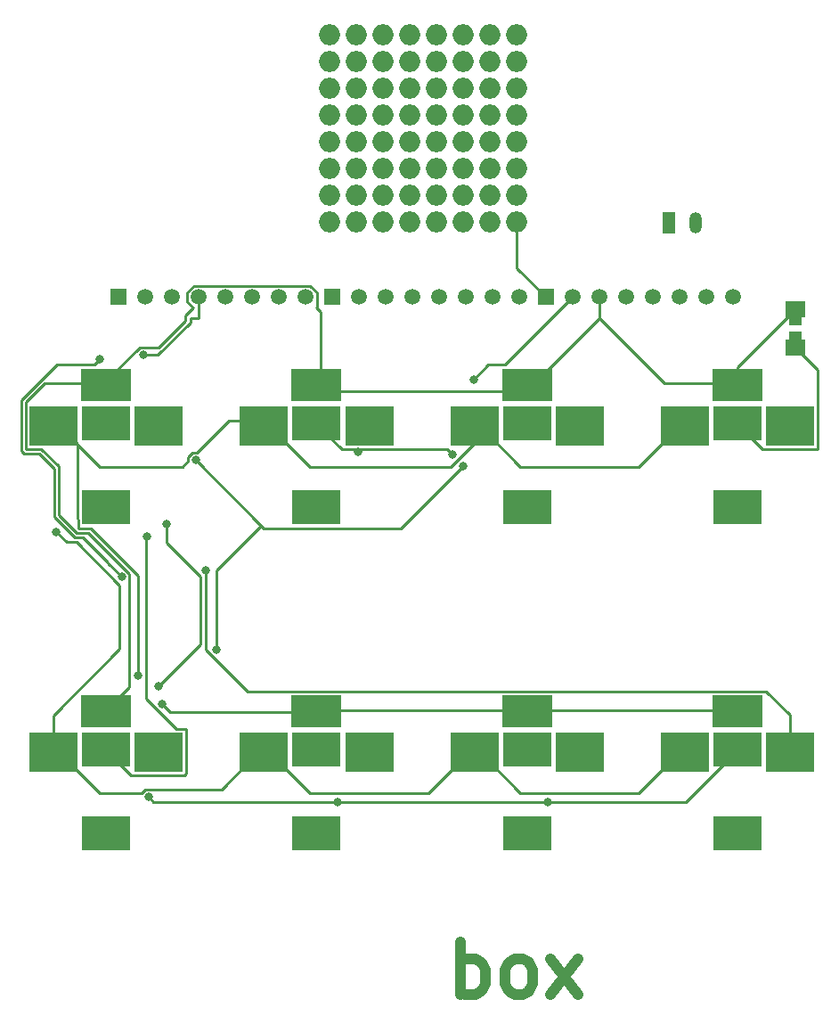
<source format=gbr>
%TF.GenerationSoftware,KiCad,Pcbnew,(6.0.0)*%
%TF.CreationDate,2022-11-14T01:45:54-08:00*%
%TF.ProjectId,button_pcb,62757474-6f6e-45f7-9063-622e6b696361,rev?*%
%TF.SameCoordinates,Original*%
%TF.FileFunction,Copper,L1,Top*%
%TF.FilePolarity,Positive*%
%FSLAX46Y46*%
G04 Gerber Fmt 4.6, Leading zero omitted, Abs format (unit mm)*
G04 Created by KiCad (PCBNEW (6.0.0)) date 2022-11-14 01:45:54*
%MOMM*%
%LPD*%
G01*
G04 APERTURE LIST*
G04 Aperture macros list*
%AMFreePoly0*
4,1,21,0.785355,0.935355,0.800000,0.900000,0.800000,0.600000,1.450000,0.600000,1.485355,0.585355,1.500000,0.550000,1.500000,-0.550000,1.485355,-0.585355,1.450000,-0.600000,0.800000,-0.600000,0.800000,-0.900000,0.785355,-0.935355,0.750000,-0.950000,-0.750000,-0.950000,-0.785355,-0.935355,-0.800000,-0.900000,-0.800000,0.900000,-0.785355,0.935355,-0.750000,0.950000,0.750000,0.950000,
0.785355,0.935355,0.785355,0.935355,$1*%
%AMFreePoly1*
4,1,21,0.785355,0.935355,0.800000,0.900000,0.800000,-0.900000,0.785355,-0.935355,0.750000,-0.950000,-0.750000,-0.950000,-0.785355,-0.935355,-0.800000,-0.900000,-0.800000,-0.600000,-1.450000,-0.600000,-1.485355,-0.585355,-1.500000,-0.550000,-1.500000,0.550000,-1.485355,0.585355,-1.450000,0.600000,-0.800000,0.600000,-0.800000,0.900000,-0.785355,0.935355,-0.750000,0.950000,0.750000,0.950000,
0.785355,0.935355,0.785355,0.935355,$1*%
G04 Aperture macros list end*
%ADD10C,1.000000*%
%TA.AperFunction,NonConductor*%
%ADD11C,1.000000*%
%TD*%
%TA.AperFunction,ComponentPad*%
%ADD12R,4.600000X3.300000*%
%TD*%
%TA.AperFunction,ComponentPad*%
%ADD13R,4.600000X3.800000*%
%TD*%
%TA.AperFunction,ComponentPad*%
%ADD14R,4.800000X3.100000*%
%TD*%
%TA.AperFunction,ComponentPad*%
%ADD15O,2.000000X2.000000*%
%TD*%
%TA.AperFunction,SMDPad,CuDef*%
%ADD16FreePoly0,90.000000*%
%TD*%
%TA.AperFunction,SMDPad,CuDef*%
%ADD17FreePoly1,90.000000*%
%TD*%
%TA.AperFunction,ComponentPad*%
%ADD18R,1.500000X1.500000*%
%TD*%
%TA.AperFunction,ComponentPad*%
%ADD19C,1.500000*%
%TD*%
%TA.AperFunction,ComponentPad*%
%ADD20R,1.200000X2.000000*%
%TD*%
%TA.AperFunction,ComponentPad*%
%ADD21O,1.200000X2.000000*%
%TD*%
%TA.AperFunction,ViaPad*%
%ADD22C,0.800000*%
%TD*%
%TA.AperFunction,Conductor*%
%ADD23C,0.250000*%
%TD*%
G04 APERTURE END LIST*
D10*
D11*
X42642857Y-97261904D02*
X42642857Y-92261904D01*
X42642857Y-94166666D02*
X43119047Y-93928571D01*
X44071428Y-93928571D01*
X44547619Y-94166666D01*
X44785714Y-94404761D01*
X45023809Y-94880952D01*
X45023809Y-96309523D01*
X44785714Y-96785714D01*
X44547619Y-97023809D01*
X44071428Y-97261904D01*
X43119047Y-97261904D01*
X42642857Y-97023809D01*
X47880952Y-97261904D02*
X47404761Y-97023809D01*
X47166666Y-96785714D01*
X46928571Y-96309523D01*
X46928571Y-94880952D01*
X47166666Y-94404761D01*
X47404761Y-94166666D01*
X47880952Y-93928571D01*
X48595238Y-93928571D01*
X49071428Y-94166666D01*
X49309523Y-94404761D01*
X49547619Y-94880952D01*
X49547619Y-96309523D01*
X49309523Y-96785714D01*
X49071428Y-97023809D01*
X48595238Y-97261904D01*
X47880952Y-97261904D01*
X51214285Y-97261904D02*
X53833333Y-93928571D01*
X51214285Y-93928571D02*
X53833333Y-97261904D01*
D12*
%TO.P,S8,1,NO*%
%TO.N,VCC*%
X69000000Y-42988000D03*
D13*
%TO.P,S8,2,NC*%
%TO.N,GND*%
X64000000Y-43238000D03*
%TO.P,S8,3,C*%
%TO.N,Net-(S8-Pad3)*%
X74000000Y-43238000D03*
D14*
%TO.P,S8,4,LED_+*%
%TO.N,/common Anode*%
X69000000Y-39338000D03*
D12*
%TO.P,S8,5,LED_-*%
%TO.N,Net-(S8-Pad5)*%
X69000000Y-50988000D03*
%TD*%
%TO.P,S1,1,NO*%
%TO.N,Net-(BT1-Pad1)*%
X9000000Y-73988000D03*
D13*
%TO.P,S1,2,NC*%
%TO.N,Net-(S1-Pad2)*%
X4000000Y-74238000D03*
%TO.P,S1,3,C*%
%TO.N,Net-(S1-Pad3)*%
X14000000Y-74238000D03*
D14*
%TO.P,S1,4,LED_+*%
%TO.N,/common Anode*%
X9000000Y-70338000D03*
D12*
%TO.P,S1,5,LED_-*%
%TO.N,Net-(S1-Pad5)*%
X9000000Y-81988000D03*
%TD*%
%TO.P,S4,1,NO*%
%TO.N,VCC*%
X69000000Y-73988000D03*
D13*
%TO.P,S4,2,NC*%
%TO.N,GND*%
X64000000Y-74238000D03*
%TO.P,S4,3,C*%
%TO.N,Net-(S4-Pad3)*%
X74000000Y-74238000D03*
D14*
%TO.P,S4,4,LED_+*%
%TO.N,/common Anode*%
X69000000Y-70338000D03*
D12*
%TO.P,S4,5,LED_-*%
%TO.N,Net-(S4-Pad5)*%
X69000000Y-81988000D03*
%TD*%
D15*
%TO.P,U1,1*%
%TO.N,VCC*%
X30242400Y-23915400D03*
%TO.P,U1,2*%
X30229700Y-21375400D03*
%TO.P,U1,3*%
X30242400Y-18835400D03*
%TO.P,U1,4*%
X30255100Y-16295400D03*
%TO.P,U1,5*%
X30242400Y-13755400D03*
%TO.P,U1,6*%
X30229700Y-11215400D03*
%TO.P,U1,7*%
X30242400Y-8675400D03*
%TO.P,U1,8*%
X30229700Y-6135400D03*
%TO.P,U1,9*%
%TO.N,Net-(U1-Pad10)*%
X32782400Y-23915400D03*
%TO.P,U1,10*%
X32769700Y-21375400D03*
%TO.P,U1,11*%
%TO.N,Net-(U1-Pad11)*%
X32782400Y-18835400D03*
%TO.P,U1,12*%
X32795100Y-16295400D03*
%TO.P,U1,13*%
%TO.N,Net-(U1-Pad14)*%
X32782400Y-13755400D03*
%TO.P,U1,14*%
X32769700Y-11215400D03*
%TO.P,U1,15*%
X32782400Y-8675400D03*
%TO.P,U1,16*%
X32769700Y-6135400D03*
%TO.P,U1,17*%
%TO.N,Net-(U1-Pad17)*%
X35322400Y-23915400D03*
%TO.P,U1,18*%
X35309700Y-21375400D03*
%TO.P,U1,19*%
%TO.N,Net-(U1-Pad19)*%
X35322400Y-18835400D03*
%TO.P,U1,20*%
X35335100Y-16295400D03*
%TO.P,U1,21*%
%TO.N,Net-(U1-Pad21)*%
X35322400Y-13755400D03*
%TO.P,U1,22*%
X35309700Y-11215400D03*
%TO.P,U1,23*%
X35322400Y-8675400D03*
%TO.P,U1,24*%
X35309700Y-6135400D03*
%TO.P,U1,25*%
%TO.N,unconnected-(U1-Pad25)*%
X37862400Y-23915400D03*
%TO.P,U1,26*%
%TO.N,unconnected-(U1-Pad26)*%
X37849700Y-21375400D03*
%TO.P,U1,27*%
%TO.N,unconnected-(U1-Pad27)*%
X37862400Y-18835400D03*
%TO.P,U1,28*%
%TO.N,unconnected-(U1-Pad28)*%
X37875100Y-16295400D03*
%TO.P,U1,29*%
%TO.N,unconnected-(U1-Pad29)*%
X37862400Y-13755400D03*
%TO.P,U1,30*%
%TO.N,Net-(U1-Pad30)*%
X37849700Y-11215400D03*
%TO.P,U1,31*%
X37862400Y-8675400D03*
%TO.P,U1,32*%
X37849700Y-6135400D03*
%TO.P,U1,33*%
%TO.N,unconnected-(U1-Pad33)*%
X40402400Y-23915400D03*
%TO.P,U1,34*%
%TO.N,unconnected-(U1-Pad34)*%
X40389700Y-21375400D03*
%TO.P,U1,35*%
%TO.N,unconnected-(U1-Pad35)*%
X40402400Y-18835400D03*
%TO.P,U1,36*%
%TO.N,unconnected-(U1-Pad36)*%
X40415100Y-16295400D03*
%TO.P,U1,37*%
%TO.N,unconnected-(U1-Pad37)*%
X40402400Y-13755400D03*
%TO.P,U1,38*%
%TO.N,Net-(U1-Pad38)*%
X40389700Y-11215400D03*
%TO.P,U1,39*%
X40402400Y-8675400D03*
%TO.P,U1,40*%
X40389700Y-6135400D03*
%TO.P,U1,41*%
%TO.N,unconnected-(U1-Pad41)*%
X42942400Y-23915400D03*
%TO.P,U1,42*%
%TO.N,unconnected-(U1-Pad42)*%
X42929700Y-21375400D03*
%TO.P,U1,43*%
%TO.N,unconnected-(U1-Pad43)*%
X42942400Y-18835400D03*
%TO.P,U1,44*%
%TO.N,unconnected-(U1-Pad44)*%
X42955100Y-16295400D03*
%TO.P,U1,45*%
%TO.N,unconnected-(U1-Pad45)*%
X42942400Y-13755400D03*
%TO.P,U1,46*%
%TO.N,Net-(U1-Pad46)*%
X42929700Y-11215400D03*
%TO.P,U1,47*%
X42942400Y-8675400D03*
%TO.P,U1,48*%
X42929700Y-6135400D03*
%TO.P,U1,49*%
%TO.N,unconnected-(U1-Pad49)*%
X45482400Y-23915400D03*
%TO.P,U1,50*%
%TO.N,unconnected-(U1-Pad50)*%
X45469700Y-21375400D03*
%TO.P,U1,51*%
%TO.N,unconnected-(U1-Pad51)*%
X45482400Y-18835400D03*
%TO.P,U1,52*%
%TO.N,unconnected-(U1-Pad52)*%
X45495100Y-16295400D03*
%TO.P,U1,53*%
%TO.N,unconnected-(U1-Pad53)*%
X45482400Y-13755400D03*
%TO.P,U1,54*%
%TO.N,Net-(U1-Pad54)*%
X45469700Y-11215400D03*
%TO.P,U1,55*%
X45482400Y-8675400D03*
%TO.P,U1,56*%
X45469700Y-6135400D03*
%TO.P,U1,57*%
%TO.N,GND*%
X48022400Y-23915400D03*
%TO.P,U1,58*%
X48009700Y-21375400D03*
%TO.P,U1,59*%
X48022400Y-18835400D03*
%TO.P,U1,60*%
X48035100Y-16295400D03*
%TO.P,U1,61*%
X48022400Y-13755400D03*
%TO.P,U1,62*%
X48009700Y-11215400D03*
%TO.P,U1,63*%
X48022400Y-8675400D03*
%TO.P,U1,64*%
X48009700Y-6135400D03*
%TD*%
D16*
%TO.P,connect_for_vcc_as_common_anode1,1*%
%TO.N,VCC*%
X74500000Y-35800000D03*
D17*
%TO.P,connect_for_vcc_as_common_anode1,2*%
%TO.N,/common Anode*%
X74500000Y-32200000D03*
%TD*%
D12*
%TO.P,S7,1,NO*%
%TO.N,VCC*%
X49000000Y-42988000D03*
D13*
%TO.P,S7,2,NC*%
%TO.N,GND*%
X44000000Y-43238000D03*
%TO.P,S7,3,C*%
%TO.N,Net-(S7-Pad3)*%
X54000000Y-43238000D03*
D14*
%TO.P,S7,4,LED_+*%
%TO.N,/common Anode*%
X49000000Y-39338000D03*
D12*
%TO.P,S7,5,LED_-*%
%TO.N,Net-(S7-Pad5)*%
X49000000Y-50988000D03*
%TD*%
D18*
%TO.P,T2,1,1*%
%TO.N,Net-(S1-Pad5)*%
X30480000Y-31020000D03*
D19*
%TO.P,T2,2,2*%
%TO.N,Net-(S2-Pad5)*%
X33020000Y-31020000D03*
%TO.P,T2,3,3*%
%TO.N,Net-(S3-Pad5)*%
X35560000Y-31020000D03*
%TO.P,T2,4,4*%
%TO.N,Net-(S4-Pad5)*%
X38100000Y-31020000D03*
%TO.P,T2,5,5*%
%TO.N,Net-(S5-Pad5)*%
X40640000Y-31020000D03*
%TO.P,T2,6,6*%
%TO.N,Net-(S6-Pad5)*%
X43180000Y-31020000D03*
%TO.P,T2,7,7*%
%TO.N,Net-(S7-Pad5)*%
X45720000Y-31020000D03*
%TO.P,T2,8,8*%
%TO.N,Net-(S8-Pad5)*%
X48260000Y-31020000D03*
%TD*%
D18*
%TO.P,T1,1,1*%
%TO.N,GND*%
X50800000Y-31020000D03*
D19*
%TO.P,T1,2,2*%
%TO.N,VCC*%
X53340000Y-31020000D03*
%TO.P,T1,3,3*%
%TO.N,/common Anode*%
X55880000Y-31020000D03*
%TO.P,T1,4,4*%
%TO.N,Net-(BT1-Pad2)*%
X58420000Y-31020000D03*
%TO.P,T1,5,5*%
%TO.N,Net-(BT1-Pad1)*%
X60960000Y-31020000D03*
%TO.P,T1,6,6*%
%TO.N,Net-(S1-Pad2)*%
X63500000Y-31020000D03*
%TO.P,T1,7,7*%
%TO.N,Net-(S1-Pad3)*%
X66040000Y-31020000D03*
%TO.P,T1,8,8*%
%TO.N,unconnected-(T1-Pad8)*%
X68580000Y-31020000D03*
%TD*%
D12*
%TO.P,S5,1,NO*%
%TO.N,VCC*%
X9000000Y-42988000D03*
D13*
%TO.P,S5,2,NC*%
%TO.N,GND*%
X4000000Y-43238000D03*
%TO.P,S5,3,C*%
%TO.N,Net-(S5-Pad3)*%
X14000000Y-43238000D03*
D14*
%TO.P,S5,4,LED_+*%
%TO.N,/common Anode*%
X9000000Y-39338000D03*
D12*
%TO.P,S5,5,LED_-*%
%TO.N,Net-(S5-Pad5)*%
X9000000Y-50988000D03*
%TD*%
%TO.P,S2,1,NO*%
%TO.N,VCC*%
X29000000Y-73988000D03*
D13*
%TO.P,S2,2,NC*%
%TO.N,GND*%
X24000000Y-74238000D03*
%TO.P,S2,3,C*%
%TO.N,Net-(S2-Pad3)*%
X34000000Y-74238000D03*
D14*
%TO.P,S2,4,LED_+*%
%TO.N,/common Anode*%
X29000000Y-70338000D03*
D12*
%TO.P,S2,5,LED_-*%
%TO.N,Net-(S2-Pad5)*%
X29000000Y-81988000D03*
%TD*%
%TO.P,S6,1,NO*%
%TO.N,VCC*%
X29000000Y-42988000D03*
D13*
%TO.P,S6,2,NC*%
%TO.N,GND*%
X24000000Y-43238000D03*
%TO.P,S6,3,C*%
%TO.N,Net-(S6-Pad3)*%
X34000000Y-43238000D03*
D14*
%TO.P,S6,4,LED_+*%
%TO.N,/common Anode*%
X29000000Y-39338000D03*
D12*
%TO.P,S6,5,LED_-*%
%TO.N,Net-(S6-Pad5)*%
X29000000Y-50988000D03*
%TD*%
D18*
%TO.P,T3,1,1*%
%TO.N,unconnected-(T3-Pad1)*%
X10160000Y-31020000D03*
D19*
%TO.P,T3,2,2*%
%TO.N,Net-(S2-Pad3)*%
X12700000Y-31020000D03*
%TO.P,T3,3,3*%
%TO.N,Net-(S3-Pad3)*%
X15240000Y-31020000D03*
%TO.P,T3,4,4*%
%TO.N,Net-(S4-Pad3)*%
X17780000Y-31020000D03*
%TO.P,T3,5,5*%
%TO.N,Net-(S5-Pad3)*%
X20320000Y-31020000D03*
%TO.P,T3,6,6*%
%TO.N,Net-(S6-Pad3)*%
X22860000Y-31020000D03*
%TO.P,T3,7,7*%
%TO.N,Net-(S7-Pad3)*%
X25400000Y-31020000D03*
%TO.P,T3,8,8*%
%TO.N,Net-(S8-Pad3)*%
X27940000Y-31020000D03*
%TD*%
D12*
%TO.P,S3,1,NO*%
%TO.N,VCC*%
X49000000Y-73988000D03*
D13*
%TO.P,S3,2,NC*%
%TO.N,GND*%
X44000000Y-74238000D03*
%TO.P,S3,3,C*%
%TO.N,Net-(S3-Pad3)*%
X54000000Y-74238000D03*
D14*
%TO.P,S3,4,LED_+*%
%TO.N,/common Anode*%
X49000000Y-70338000D03*
D12*
%TO.P,S3,5,LED_-*%
%TO.N,Net-(S3-Pad5)*%
X49000000Y-81988000D03*
%TD*%
D20*
%TO.P,T4,1,1*%
%TO.N,Net-(BT1-Pad2)*%
X62460000Y-24000000D03*
D21*
%TO.P,T4,2,2*%
%TO.N,Net-(BT1-Pad1)*%
X65000000Y-24000000D03*
%TD*%
D22*
%TO.N,VCC*%
X17500000Y-46500000D03*
X31000000Y-79000000D03*
X19500000Y-64500000D03*
X32962511Y-45737502D03*
X42956489Y-47043511D03*
X43942000Y-38862000D03*
X51000000Y-79000000D03*
X41910000Y-45974000D03*
X13000000Y-78500000D03*
%TO.N,/common Anode*%
X14336549Y-69699951D03*
%TO.N,Net-(S1-Pad3)*%
X14710298Y-52572389D03*
X14000000Y-68000000D03*
%TO.N,Net-(S4-Pad3)*%
X8411099Y-36911099D03*
X10479400Y-57605702D03*
X12500000Y-36500000D03*
X18500000Y-57000000D03*
X10479399Y-57605702D03*
%TO.N,Net-(BT1-Pad1)*%
X12903200Y-53746400D03*
%TO.N,Net-(S1-Pad2)*%
X4267200Y-53340000D03*
%TO.N,GND*%
X12000000Y-67000000D03*
%TD*%
D23*
%TO.N,VCC*%
X31000000Y-79000000D02*
X13500000Y-79000000D01*
X69000000Y-43087022D02*
X69000000Y-42738000D01*
X32962511Y-45462511D02*
X41398511Y-45462511D01*
X23750000Y-52750000D02*
X19500000Y-57000000D01*
X32962511Y-45462511D02*
X31375489Y-45462511D01*
X29000000Y-43087022D02*
X29000000Y-42738000D01*
X30814534Y-79000000D02*
X31000000Y-79000000D01*
X32962511Y-45462511D02*
X32962511Y-45737502D01*
X71375489Y-45462511D02*
X69000000Y-43087022D01*
X69000000Y-74087022D02*
X64087022Y-79000000D01*
X76624511Y-37924511D02*
X76624511Y-45462511D01*
X53340000Y-31020000D02*
X46896511Y-37463489D01*
X30814534Y-79000000D02*
X51000000Y-79000000D01*
X76624511Y-45462511D02*
X71375489Y-45462511D01*
X23750000Y-52750000D02*
X17500000Y-46500000D01*
X74500000Y-35800000D02*
X76624511Y-37924511D01*
X41398511Y-45462511D02*
X41910000Y-45974000D01*
X64087022Y-79000000D02*
X51000000Y-79000000D01*
X23962511Y-52962511D02*
X23750000Y-52750000D01*
X69000000Y-73738000D02*
X69000000Y-74087022D01*
X19500000Y-57000000D02*
X19500000Y-64500000D01*
X42956489Y-47043511D02*
X37037489Y-52962511D01*
X46896511Y-37463489D02*
X45340511Y-37463489D01*
X45340511Y-37463489D02*
X43942000Y-38862000D01*
X13500000Y-79000000D02*
X13000000Y-78500000D01*
X31375489Y-45462511D02*
X29000000Y-43087022D01*
X37037489Y-52962511D02*
X23962511Y-52962511D01*
%TO.N,/common Anode*%
X55880000Y-33020000D02*
X62098000Y-39238000D01*
X7310319Y-53412022D02*
X6189296Y-53412022D01*
X69000000Y-37700000D02*
X69000000Y-39238000D01*
X11203900Y-68034100D02*
X11203900Y-57305603D01*
X29405489Y-32425489D02*
X29405489Y-38832511D01*
X28385078Y-29945489D02*
X29014511Y-30574922D01*
X16530489Y-32749922D02*
X17260411Y-32020000D01*
X12199901Y-35775499D02*
X14004090Y-35775499D01*
X17334922Y-29945489D02*
X28385078Y-29945489D01*
X74500000Y-32200000D02*
X69000000Y-37700000D01*
X29000000Y-32020000D02*
X29405489Y-32425489D01*
X16705489Y-31465078D02*
X16705489Y-30574922D01*
X15045398Y-70408800D02*
X14336549Y-69699951D01*
X9000000Y-70238000D02*
X11203900Y-68034100D01*
X49000000Y-39238000D02*
X49000000Y-38000000D01*
X29405489Y-38832511D02*
X29000000Y-39238000D01*
X17260411Y-32020000D02*
X16705489Y-31465078D01*
X3150978Y-39238000D02*
X9000000Y-39238000D01*
X11203900Y-57305603D02*
X7310319Y-53412022D01*
X29000000Y-70238000D02*
X28829200Y-70408800D01*
X49662000Y-39238000D02*
X49000000Y-39238000D01*
X62098000Y-39238000D02*
X69000000Y-39238000D01*
X6189296Y-53412022D02*
X4476011Y-51698737D01*
X9000000Y-38975400D02*
X12199901Y-35775499D01*
X1375489Y-41013489D02*
X3150978Y-39238000D01*
X55880000Y-33020000D02*
X49662000Y-39238000D01*
X48274521Y-39963479D02*
X49000000Y-39238000D01*
X29014511Y-32005489D02*
X29000000Y-32020000D01*
X49000000Y-70238000D02*
X29000000Y-70238000D01*
X28829200Y-70408800D02*
X15045398Y-70408800D01*
X2825215Y-45462511D02*
X1375489Y-45462511D01*
X69000000Y-70238000D02*
X49000000Y-70238000D01*
X4476011Y-47113307D02*
X2825215Y-45462511D01*
X29725479Y-39963479D02*
X48274521Y-39963479D01*
X16705489Y-30574922D02*
X17334922Y-29945489D01*
X16530489Y-33249100D02*
X16530489Y-32749922D01*
X55880000Y-33020000D02*
X55880000Y-31020000D01*
X4476011Y-51698737D02*
X4476011Y-47113307D01*
X1375489Y-45462511D02*
X1375489Y-41013489D01*
X29000000Y-39238000D02*
X29725479Y-39963479D01*
X9000000Y-39238000D02*
X9000000Y-38975400D01*
X29014511Y-30574922D02*
X29014511Y-32005489D01*
X14004090Y-35775499D02*
X16530489Y-33249100D01*
%TO.N,Net-(S1-Pad3)*%
X14710298Y-54361618D02*
X14710298Y-52572389D01*
X17963358Y-57614678D02*
X14710298Y-54361618D01*
X17963358Y-64036642D02*
X17963358Y-57614678D01*
X14000000Y-68000000D02*
X17963358Y-64036642D01*
%TO.N,Net-(S4-Pad3)*%
X13915293Y-36500000D02*
X12500000Y-36500000D01*
X925979Y-40827295D02*
X4289785Y-37463489D01*
X4026501Y-51884945D02*
X4026501Y-47299501D01*
X71724511Y-68463489D02*
X74000000Y-70738978D01*
X925978Y-45648704D02*
X925979Y-40827295D01*
X9159509Y-56225019D02*
X6796032Y-53861542D01*
X6796032Y-53861542D02*
X6003098Y-53861542D01*
X16980000Y-33020000D02*
X16980000Y-33435293D01*
X4289785Y-37463489D02*
X7858709Y-37463489D01*
X18500000Y-64524600D02*
X22438889Y-68463489D01*
X7858709Y-37463489D02*
X8411099Y-36911099D01*
X17780000Y-33020000D02*
X16980000Y-33020000D01*
X22438889Y-68463489D02*
X71724511Y-68463489D01*
X16980000Y-33435293D02*
X13915293Y-36500000D01*
X10479400Y-57605702D02*
X9159509Y-56285811D01*
X6003098Y-53861542D02*
X4026501Y-51884945D01*
X74000000Y-70738978D02*
X74000000Y-73738000D01*
X17780000Y-33020000D02*
X17780000Y-31020000D01*
X2639022Y-45912022D02*
X1189296Y-45912022D01*
X4026501Y-47299501D02*
X2639022Y-45912022D01*
X1189296Y-45912022D02*
X925978Y-45648704D01*
X18500000Y-57000000D02*
X18500000Y-64524600D01*
X9159509Y-56285811D02*
X9159509Y-56225019D01*
%TO.N,Net-(BT1-Pad1)*%
X15625489Y-72013489D02*
X16624511Y-72013489D01*
X16624511Y-72013489D02*
X16624511Y-76288689D01*
X11375489Y-76462511D02*
X9000000Y-74087022D01*
X12750800Y-69138800D02*
X15625489Y-72013489D01*
X16450689Y-76462511D02*
X11375489Y-76462511D01*
X16624511Y-76288689D02*
X16450689Y-76462511D01*
X9000000Y-74087022D02*
X9000000Y-73738000D01*
X12750800Y-53898800D02*
X12750800Y-69138800D01*
X12903200Y-53746400D02*
X12750800Y-53898800D01*
%TO.N,Net-(S1-Pad2)*%
X3962400Y-70776578D02*
X3962400Y-72339200D01*
X6160152Y-54311053D02*
X10274521Y-58425422D01*
X4267200Y-53340000D02*
X5238253Y-54311053D01*
X10274521Y-58425422D02*
X10274521Y-64464457D01*
X10274521Y-64464457D02*
X3962400Y-70776578D01*
X5238253Y-54311053D02*
X6160152Y-54311053D01*
%TO.N,GND*%
X48022400Y-23915400D02*
X48022400Y-28242400D01*
X12699901Y-77775499D02*
X19962501Y-77775499D01*
X64000000Y-42738000D02*
X59613479Y-47124521D01*
X16239775Y-47124521D02*
X8386521Y-47124521D01*
X12000000Y-57465999D02*
X12000000Y-67000000D01*
X41784079Y-47124521D02*
X28386521Y-47124521D01*
X12350879Y-78124521D02*
X12699901Y-77775499D01*
X16775499Y-46199901D02*
X16775499Y-46588797D01*
X19962501Y-77775499D02*
X24000000Y-73738000D01*
X4000000Y-42738000D02*
X6246322Y-44984322D01*
X24000000Y-42738000D02*
X20626296Y-42738000D01*
X48386521Y-78124521D02*
X59613479Y-78124521D01*
X59613479Y-47124521D02*
X48386521Y-47124521D01*
X59613479Y-78124521D02*
X64000000Y-73738000D01*
X48386521Y-47124521D02*
X44000000Y-42738000D01*
X17588797Y-45775499D02*
X17199901Y-45775499D01*
X7496513Y-52962512D02*
X12000000Y-57465999D01*
X48022400Y-28242400D02*
X50800000Y-31020000D01*
X28386521Y-47124521D02*
X24000000Y-42738000D01*
X4000000Y-73738000D02*
X8386521Y-78124521D01*
X6375489Y-52169576D02*
X6375489Y-52962511D01*
X6375489Y-52962511D02*
X7496513Y-52962512D01*
X16775499Y-46588797D02*
X16239775Y-47124521D01*
X17199901Y-45775499D02*
X16775499Y-46199901D01*
X44000000Y-44908600D02*
X41784079Y-47124521D01*
X6246322Y-44984322D02*
X6246322Y-52040409D01*
X39613479Y-78124521D02*
X44000000Y-73738000D01*
X8386521Y-47124521D02*
X4000000Y-42738000D01*
X44000000Y-73738000D02*
X48386521Y-78124521D01*
X6246322Y-52040409D02*
X6375489Y-52169576D01*
X20626296Y-42738000D02*
X17588797Y-45775499D01*
X24000000Y-73738000D02*
X28386521Y-78124521D01*
X28386521Y-78124521D02*
X39613479Y-78124521D01*
X8386521Y-78124521D02*
X12350879Y-78124521D01*
X44000000Y-42738000D02*
X44000000Y-44908600D01*
%TD*%
M02*

</source>
